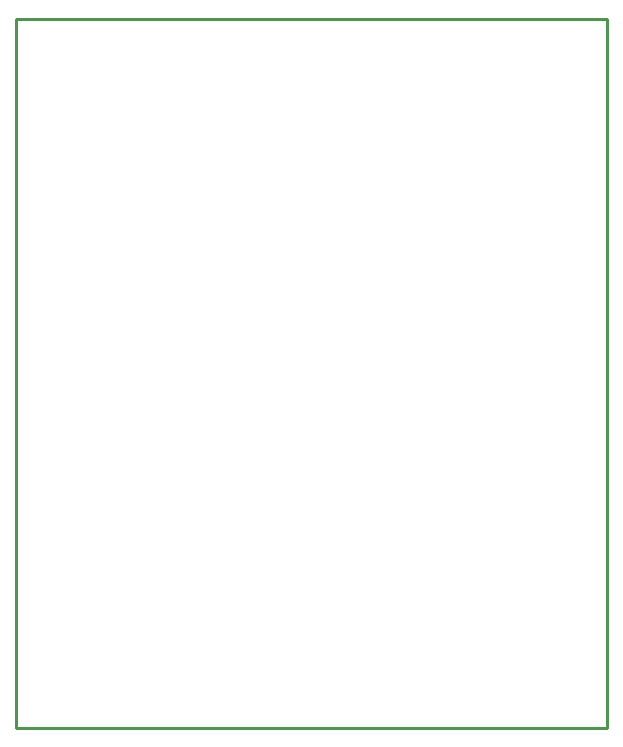
<source format=gko>
G04*
G04 #@! TF.GenerationSoftware,Altium Limited,Altium Designer,19.0.10 (269)*
G04*
G04 Layer_Color=16711935*
%FSLAX25Y25*%
%MOIN*%
G70*
G01*
G75*
%ADD11C,0.01000*%
D11*
X-59055Y0D02*
X137795D01*
Y236221D01*
X-59055D02*
X137795D01*
X-59055Y0D02*
Y236221D01*
M02*

</source>
